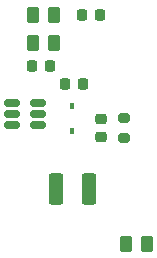
<source format=gbr>
%TF.GenerationSoftware,KiCad,Pcbnew,(6.0.5-0)*%
%TF.CreationDate,2022-09-30T17:34:08+08:00*%
%TF.ProjectId,breakout,62726561-6b6f-4757-942e-6b696361645f,rev?*%
%TF.SameCoordinates,Original*%
%TF.FileFunction,Paste,Top*%
%TF.FilePolarity,Positive*%
%FSLAX46Y46*%
G04 Gerber Fmt 4.6, Leading zero omitted, Abs format (unit mm)*
G04 Created by KiCad (PCBNEW (6.0.5-0)) date 2022-09-30 17:34:08*
%MOMM*%
%LPD*%
G01*
G04 APERTURE LIST*
G04 Aperture macros list*
%AMRoundRect*
0 Rectangle with rounded corners*
0 $1 Rounding radius*
0 $2 $3 $4 $5 $6 $7 $8 $9 X,Y pos of 4 corners*
0 Add a 4 corners polygon primitive as box body*
4,1,4,$2,$3,$4,$5,$6,$7,$8,$9,$2,$3,0*
0 Add four circle primitives for the rounded corners*
1,1,$1+$1,$2,$3*
1,1,$1+$1,$4,$5*
1,1,$1+$1,$6,$7*
1,1,$1+$1,$8,$9*
0 Add four rect primitives between the rounded corners*
20,1,$1+$1,$2,$3,$4,$5,0*
20,1,$1+$1,$4,$5,$6,$7,0*
20,1,$1+$1,$6,$7,$8,$9,0*
20,1,$1+$1,$8,$9,$2,$3,0*%
G04 Aperture macros list end*
%ADD10RoundRect,0.250000X0.375000X1.075000X-0.375000X1.075000X-0.375000X-1.075000X0.375000X-1.075000X0*%
%ADD11RoundRect,0.225000X0.250000X-0.225000X0.250000X0.225000X-0.250000X0.225000X-0.250000X-0.225000X0*%
%ADD12R,0.450000X0.600000*%
%ADD13RoundRect,0.225000X0.225000X0.250000X-0.225000X0.250000X-0.225000X-0.250000X0.225000X-0.250000X0*%
%ADD14RoundRect,0.250000X-0.262500X-0.450000X0.262500X-0.450000X0.262500X0.450000X-0.262500X0.450000X0*%
%ADD15RoundRect,0.250000X0.262500X0.450000X-0.262500X0.450000X-0.262500X-0.450000X0.262500X-0.450000X0*%
%ADD16RoundRect,0.200000X-0.275000X0.200000X-0.275000X-0.200000X0.275000X-0.200000X0.275000X0.200000X0*%
%ADD17RoundRect,0.150000X-0.512500X-0.150000X0.512500X-0.150000X0.512500X0.150000X-0.512500X0.150000X0*%
%ADD18RoundRect,0.225000X-0.225000X-0.250000X0.225000X-0.250000X0.225000X0.250000X-0.225000X0.250000X0*%
G04 APERTURE END LIST*
D10*
%TO.C,L1*%
X17000000Y-2000000D03*
X14200000Y-2000000D03*
%TD*%
D11*
%TO.C,C1*%
X17999999Y2425000D03*
X17999999Y3975000D03*
%TD*%
D12*
%TO.C,D1*%
X15600000Y5050000D03*
X15600000Y2950000D03*
%TD*%
D13*
%TO.C,C2*%
X17950000Y12800000D03*
X16400000Y12800000D03*
%TD*%
D14*
%TO.C,R1*%
X12262500Y10400000D03*
X14087500Y10400000D03*
%TD*%
D15*
%TO.C,R2*%
X21952321Y-6581220D03*
X20127321Y-6581220D03*
%TD*%
D13*
%TO.C,C3*%
X13715167Y8486610D03*
X12165167Y8486610D03*
%TD*%
D15*
%TO.C,R3*%
X14087500Y12800000D03*
X12262500Y12800000D03*
%TD*%
D16*
%TO.C,R4*%
X20000000Y4025000D03*
X20000000Y2375000D03*
%TD*%
D17*
%TO.C,U1*%
X10462500Y5350000D03*
X10462500Y4400000D03*
X10462500Y3450000D03*
X12737500Y3450000D03*
X12737500Y4400000D03*
X12737500Y5350000D03*
%TD*%
D18*
%TO.C,C4*%
X14995000Y6955000D03*
X16545000Y6955000D03*
%TD*%
M02*

</source>
